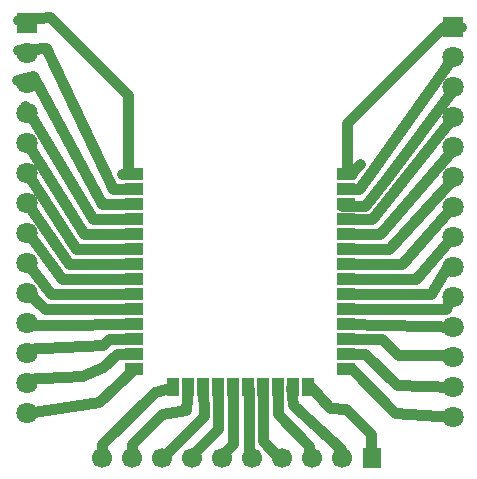
<source format=gtl>
G04 Layer: TopLayer*
G04 EasyEDA v6.5.51, 2025-12-30 14:59:57*
G04 e2b6940d57744ff6b67d484dd8a43087,29e69997831044be9a653ea2d9381927,10*
G04 Gerber Generator version 0.2*
G04 Scale: 100 percent, Rotated: No, Reflected: No *
G04 Dimensions in millimeters *
G04 leading zeros omitted , absolute positions ,4 integer and 5 decimal *
%FSLAX45Y45*%
%MOMM*%

%ADD10C,0.9000*%
%ADD11R,1.6500X1.0000*%
%ADD12R,1.0000X1.6500*%
%ADD13C,1.7000*%
%ADD14R,1.5748X1.7000*%
%ADD15R,1.8000X1.8000*%
%ADD16C,1.8000*%
%ADD17C,0.0121*%

%LPD*%
D10*
X6299200Y3886200D02*
G01*
X6582079Y3888663D01*
X7215301Y4623993D01*
X7215301Y4623993D01*
X7228077Y2858770D02*
G01*
X6732777Y2858770D01*
X6594093Y2997200D01*
X6299200Y2997200D01*
X4394200Y4394200D02*
G01*
X4445000Y4394200D01*
X4445000Y5067300D01*
X3784600Y5727700D01*
X3517900Y5702300D01*
X6299200Y4394200D02*
G01*
X6299200Y4830063D01*
X7112254Y5639054D01*
X7264400Y5638800D01*
X6297498Y4393006D02*
G01*
X6345097Y4393006D01*
X6345097Y4414697D01*
X6410325Y4479925D01*
X6297498Y2742006D02*
G01*
X6340347Y2743200D01*
X6708647Y2374900D01*
X7200900Y2336800D01*
X7200900Y2336800D01*
X6299200Y2870200D02*
G01*
X6456095Y2871393D01*
X6722795Y2604693D01*
X7202601Y2591993D01*
X6297498Y4012006D02*
G01*
X6515608Y4013200D01*
X7200900Y4876800D01*
X7200900Y4876800D01*
X6297498Y3758006D02*
G01*
X6655308Y3759200D01*
X7213600Y4368800D01*
X7213600Y4368800D01*
X6297498Y3123006D02*
G01*
X6972300Y3111500D01*
X7239000Y3098800D01*
X6297498Y3250006D02*
G01*
X7137908Y3251200D01*
X7175500Y3352800D01*
X6297498Y3377006D02*
G01*
X7012177Y3379470D01*
X7150100Y3606800D01*
X7200900Y3606800D01*
X6297498Y3504006D02*
G01*
X6883908Y3505200D01*
X7188200Y3860800D01*
X7188200Y3860800D01*
X6297498Y3631006D02*
G01*
X6769608Y3632200D01*
X7188200Y4114800D01*
X7188200Y4114800D01*
X6261100Y4127500D02*
G01*
X6452108Y4127500D01*
X6638797Y4358131D01*
X7213600Y5130800D01*
X7200900Y5384800D02*
G01*
X6515100Y4419600D01*
X6400545Y4266437D01*
X6297422Y4265929D01*
X4497501Y4266006D02*
G01*
X4317491Y4267200D01*
X3757422Y5462270D01*
X3517900Y5448300D01*
X4497501Y4139006D02*
G01*
X4228591Y4140200D01*
X3643122Y5220970D01*
X3505200Y5194300D01*
X4497501Y4012006D02*
G01*
X4152391Y4013200D01*
X3579622Y4966970D01*
X3594100Y4914900D01*
X4497501Y2742006D02*
G01*
X4201922Y2465070D01*
X3594100Y2374900D01*
X3566922Y2401570D01*
X4497501Y2869006D02*
G01*
X4353052Y2870200D01*
X4240022Y2757170D01*
X4062222Y2680970D01*
X3566922Y2655570D01*
X4497501Y2996006D02*
G01*
X4289552Y2997200D01*
X4240022Y2947670D01*
X3566922Y2909570D01*
X4497501Y3123006D02*
G01*
X3806520Y3113963D01*
X3590620Y3113963D01*
X3566998Y3163493D01*
X4497501Y3250006D02*
G01*
X3744798Y3252393D01*
X3566998Y3417493D01*
X3566998Y3417493D01*
X3579698Y3417493D01*
X4497501Y3377006D02*
G01*
X3795090Y3379393D01*
X3594100Y3644900D01*
X3594100Y3644900D01*
X4497501Y3504006D02*
G01*
X3896690Y3506393D01*
X4497501Y3631006D02*
G01*
X3947490Y3633393D01*
X3594100Y4152900D01*
X3594100Y4152900D01*
X4497501Y3758006D02*
G01*
X4010990Y3760393D01*
X3594100Y4406900D01*
X3594100Y4406900D01*
X4497501Y3885006D02*
G01*
X4074998Y3887393D01*
X3594100Y4660900D01*
X3886200Y3505200D02*
G01*
X3581908Y3924300D01*
X4826000Y2592019D02*
G01*
X4673600Y2552700D01*
X4229100Y2108200D01*
X4229100Y1993900D01*
X5829300Y2590800D02*
G01*
X5842000Y2437180D01*
X6248400Y2068880D01*
X6248400Y1992680D01*
X5588000Y2590800D02*
G01*
X5588000Y2132378D01*
X5727700Y1992678D01*
X5334000Y2590800D02*
G01*
X5334000Y2106978D01*
X5219700Y1992678D01*
X5207000Y2590800D02*
G01*
X5207000Y2233978D01*
X4965700Y1992678D01*
X5080000Y2590800D02*
G01*
X5092700Y2348280D01*
X4737100Y1992680D01*
X4953000Y2590800D02*
G01*
X4940300Y2399080D01*
X4735822Y2358440D01*
X4483100Y2106985D01*
X4483100Y1992680D01*
X5461000Y2590800D02*
G01*
X5473700Y2578100D01*
X5473700Y1992678D01*
X5715000Y2590800D02*
G01*
X5715000Y2360929D01*
X5981700Y2094229D01*
X5981700Y1992629D01*
X6515100Y1993900D02*
G01*
X6515100Y2003884D01*
X6502400Y2016584D01*
X5994400Y2592070D02*
G01*
X6154420Y2414778D01*
X6291579Y2407920D01*
X6502400Y2197100D01*
X6502400Y2016505D01*
D11*
G01*
X4497501Y4393006D03*
G01*
X4497501Y4266006D03*
G01*
X4497501Y4139006D03*
G01*
X4497501Y4012006D03*
G01*
X4497501Y3885006D03*
G01*
X4497501Y3758006D03*
G01*
X4497501Y3631006D03*
G01*
X4497501Y3504006D03*
G01*
X4497501Y3377006D03*
G01*
X4497501Y3250006D03*
G01*
X4497501Y3123006D03*
G01*
X4497501Y2996006D03*
G01*
X4497501Y2869006D03*
G01*
X4497501Y2742006D03*
D12*
G01*
X4826000Y2592019D03*
G01*
X4953000Y2592019D03*
G01*
X5080000Y2592019D03*
G01*
X5207000Y2592019D03*
G01*
X5334000Y2592019D03*
G01*
X5461000Y2592019D03*
G01*
X5588000Y2592019D03*
G01*
X5715000Y2592019D03*
G01*
X5842000Y2592019D03*
G01*
X5969000Y2592019D03*
D11*
G01*
X6297498Y2742006D03*
G01*
X6297498Y2869006D03*
G01*
X6297498Y2996006D03*
G01*
X6297498Y3123006D03*
G01*
X6297498Y3250006D03*
G01*
X6297498Y3377006D03*
G01*
X6297498Y3504006D03*
G01*
X6297498Y3631006D03*
G01*
X6297498Y3758006D03*
G01*
X6297498Y3885006D03*
G01*
X6297498Y4012006D03*
G01*
X6297498Y4139006D03*
G01*
X6297498Y4266006D03*
G01*
X6297498Y4393006D03*
D13*
G01*
X4229100Y1993900D03*
G01*
X4483100Y1993900D03*
G01*
X4737100Y1993900D03*
G01*
X4991100Y1993900D03*
G01*
X5245100Y1993900D03*
G01*
X5499100Y1993900D03*
G01*
X5753100Y1993900D03*
G01*
X6007100Y1993900D03*
G01*
X6261100Y1993900D03*
D14*
G01*
X6515100Y1993900D03*
D15*
G01*
X7200900Y5638800D03*
D16*
G01*
X7200900Y5384800D03*
G01*
X7200900Y5130800D03*
G01*
X7200900Y4876800D03*
G01*
X7200900Y4622800D03*
G01*
X7200900Y4368800D03*
G01*
X7200900Y4114800D03*
G01*
X7200900Y3860800D03*
G01*
X7200900Y3606800D03*
G01*
X7200900Y3352800D03*
G01*
X7200900Y3098800D03*
G01*
X7200900Y2844800D03*
G01*
X7200900Y2590800D03*
G01*
X7200900Y2336800D03*
D15*
G01*
X3594100Y5676900D03*
D16*
G01*
X3594100Y5422900D03*
G01*
X3594100Y5168900D03*
G01*
X3594100Y4914900D03*
G01*
X3594100Y4660900D03*
G01*
X3594100Y4406900D03*
G01*
X3594100Y4152900D03*
G01*
X3594100Y3898900D03*
G01*
X3594100Y3644900D03*
G01*
X3594100Y3390900D03*
G01*
X3594100Y3136900D03*
G01*
X3594100Y2882900D03*
G01*
X3594100Y2628900D03*
G01*
X3594100Y2374900D03*
M02*

</source>
